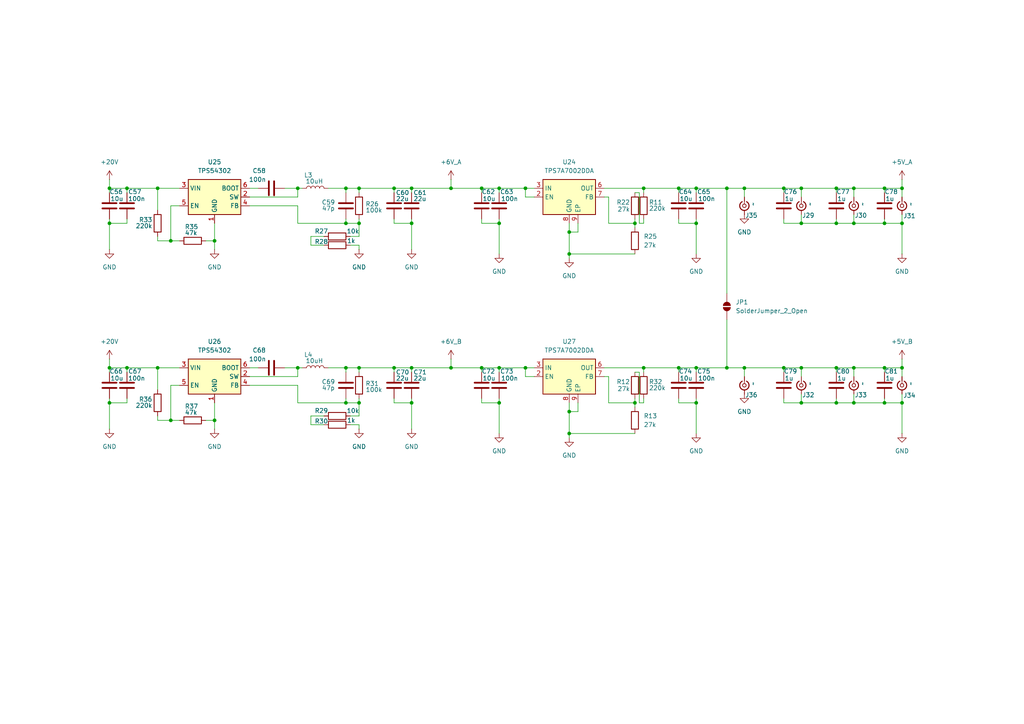
<source format=kicad_sch>
(kicad_sch (version 20250114) (generator "eeschema") (generator_version "9.0")
  (paper "A4")
  (lib_symbols
    (symbol "Connector:Conn_Coaxial_Small" (pin_numbers (hide yes)) (pin_names (offset 1.016) (hide yes))
      (property "Reference" "J" (at 0.254 3.048 0))
      (property "Value" "Conn_Coaxial_Small" (at 0 -3.81 0))
      (symbol "Conn_Coaxial_Small_0_1"
        (polyline (pts (xy -2.54 0) (xy -0.508 0)))
        (circle (center 0 0) (radius 0.508) (stroke (width 0.2032)))
      )
      (symbol "Conn_Coaxial_Small_1_1"
        (arc (start 1.3484 0.0039) (mid 0.327 -1.308) (end -1.1916 -0.6311) (stroke (width 0.3048)))
        (arc (start -1.1916 0.6311) (mid 0.327 1.3081) (end 1.3484 -0.0039) (stroke (width 0.3048)))
        (pin passive line (at -2.54 0 0) (length 1.27) (name "In") (number "1"))
        (pin passive line (at 2.54 0 180) (length 1.27) (name "Ext") (number "2"))
      )
    )
    (symbol "Device:C" (pin_numbers (hide yes)) (pin_names (offset 0.254))
      (property "Reference" "C" (at 0.635 2.54 0))
      (property "Value" "C" (at 0.635 -2.54 0))
      (symbol "C_0_1"
        (polyline (pts (xy -2.032 0.762) (xy 2.032 0.762)) (stroke (width 0.508)))
        (polyline (pts (xy -2.032 -0.762) (xy 2.032 -0.762)) (stroke (width 0.508)))
      )
      (symbol "C_1_1"
        (pin passive line (at 0 3.81 270) (length 2.794) (name "~") (number "1"))
        (pin passive line (at 0 -3.81 90) (length 2.794) (name "~") (number "2"))
      )
    )
    (symbol "Device:L" (pin_numbers (hide yes)) (pin_names (offset 1.016) (hide yes))
      (property "Reference" "L" (at -1.27 0 90))
      (property "Value" "L" (at 1.905 0 90))
      (symbol "L_0_1"
        (arc (start 0 2.54) (mid 0.6323 1.905) (end 0 1.27))
        (arc (start 0 1.27) (mid 0.6323 0.635) (end 0 0))
        (arc (start 0 0) (mid 0.6323 -0.635) (end 0 -1.27))
        (arc (start 0 -1.27) (mid 0.6323 -1.905) (end 0 -2.54))
      )
      (symbol "L_1_1"
        (pin passive line (at 0 3.81 270) (length 1.27) (name "1") (number "1"))
        (pin passive line (at 0 -3.81 90) (length 1.27) (name "2") (number "2"))
      )
    )
    (symbol "Device:R" (pin_numbers (hide yes)) (pin_names (offset 0))
      (property "Reference" "R" (at 2.032 0 90))
      (property "Value" "R" (at 0 0 90))
      (symbol "R_0_1"
        (rectangle (start -1.016 -2.54) (end 1.016 2.54) (stroke (width 0.254)))
      )
      (symbol "R_1_1"
        (pin passive line (at 0 3.81 270) (length 1.27) (name "~") (number "1"))
        (pin passive line (at 0 -3.81 90) (length 1.27) (name "~") (number "2"))
      )
    )
    (symbol "Jumper:SolderJumper_2_Open" (pin_numbers (hide yes)) (pin_names (offset 0) (hide yes)) (in_bom no)
      (property "Reference" "JP" (at 0 2.032 0))
      (property "Value" "SolderJumper_2_Open" (at 0 -2.54 0))
      (symbol "SolderJumper_2_Open_0_1"
        (polyline (pts (xy -0.254 1.016) (xy -0.254 -1.016)))
        (arc (start -0.254 -1.016) (mid -1.2656 0) (end -0.254 1.016))
        (arc (start -0.254 -1.016) (mid -1.2656 0) (end -0.254 1.016) (fill (type outline)))
        (arc (start 0.254 1.016) (mid 1.2656 0) (end 0.254 -1.016))
        (arc (start 0.254 1.016) (mid 1.2656 0) (end 0.254 -1.016) (fill (type outline)))
        (polyline (pts (xy 0.254 1.016) (xy 0.254 -1.016)))
      )
      (symbol "SolderJumper_2_Open_1_1"
        (pin passive line (at -3.81 0 0) (length 2.54) (name "A") (number "1"))
        (pin passive line (at 3.81 0 180) (length 2.54) (name "B") (number "2"))
      )
    )
    (symbol "Regulator_Linear:TPS7A7001DDA"
      (property "Reference" "U" (at -6.35 6.35 0))
      (property "Value" "TPS7A7001DDA" (at 2.54 6.35 0))
      (symbol "TPS7A7001DDA_0_1"
        (rectangle (start -7.62 5.08) (end 7.62 -5.08) (stroke (width 0.254)) (fill (type background)))
      )
      (symbol "TPS7A7001DDA_1_1"
        (pin power_in line (at -10.16 2.54 0) (length 2.54) (name "IN") (number "3"))
        (pin input line (at -10.16 0 0) (length 2.54) (name "EN") (number "2"))
        (pin no_connect line (at -7.62 -2.54 0) (length 2.54) (hide yes) (name "NC") (number "1"))
        (pin no_connect line (at -2.54 -5.08 90) (length 2.54) (hide yes) (name "NC") (number "5"))
        (pin power_in line (at 0 -7.62 90) (length 2.54) (name "GND") (number "8"))
        (pin passive line (at 2.54 -7.62 90) (length 2.54) (name "EP") (number "9"))
        (pin no_connect line (at 7.62 -2.54 180) (length 2.54) (hide yes) (name "NC") (number "4"))
        (pin power_out line (at 10.16 2.54 180) (length 2.54) (name "OUT") (number "6"))
        (pin input line (at 10.16 0 180) (length 2.54) (name "FB") (number "7"))
      )
    )
    (symbol "Regulator_Switching:TPS54302"
      (property "Reference" "U" (at -7.62 6.35 0))
      (property "Value" "TPS54302" (at 0 6.35 0))
      (symbol "TPS54302_0_1"
        (rectangle (start -7.62 5.08) (end 7.62 -5.08) (stroke (width 0.254)) (fill (type background)))
      )
      (symbol "TPS54302_1_1"
        (pin power_in line (at -10.16 2.54 0) (length 2.54) (name "VIN") (number "3"))
        (pin input line (at -10.16 -2.54 0) (length 2.54) (name "EN") (number "5"))
        (pin power_in line (at 0 -7.62 90) (length 2.54) (name "GND") (number "1"))
        (pin passive line (at 10.16 2.54 180) (length 2.54) (name "BOOT") (number "6"))
        (pin power_out line (at 10.16 0 180) (length 2.54) (name "SW") (number "2"))
        (pin input line (at 10.16 -2.54 180) (length 2.54) (name "FB") (number "4"))
      )
    )
    (symbol "power:+5V" (power) (pin_numbers (hide yes)) (pin_names (offset 0) (hide yes))
      (property "Value" "+5V" (at 0 3.556 0))
      (symbol "+5V_0_1"
        (polyline (pts (xy -0.762 1.27) (xy 0 2.54)))
        (polyline (pts (xy 0 2.54) (xy 0.762 1.27)))
        (polyline (pts (xy 0 0) (xy 0 2.54)))
      )
      (symbol "+5V_1_1"
        (pin power_in line (at 0 0 90) (length 0) (name "~") (number "1"))
      )
    )
    (symbol "power:+6V" (power) (pin_numbers (hide yes)) (pin_names (offset 0) (hide yes))
      (property "Value" "+6V" (at 0 3.556 0))
      (symbol "+6V_0_1"
        (polyline (pts (xy -0.762 1.27) (xy 0 2.54)))
        (polyline (pts (xy 0 2.54) (xy 0.762 1.27)))
        (polyline (pts (xy 0 0) (xy 0 2.54)))
      )
      (symbol "+6V_1_1"
        (pin power_in line (at 0 0 90) (length 0) (name "~") (number "1"))
      )
    )
    (symbol "power:GND" (power) (pin_numbers (hide yes)) (pin_names (offset 0) (hide yes))
      (property "Value" "GND" (at 0 -3.81 0))
      (symbol "GND_0_1"
        (polyline (pts (xy 0 0) (xy 0 -1.27) (xy 1.27 -1.27) (xy 0 -2.54) (xy -1.27 -1.27) (xy 0 -1.27)))
      )
      (symbol "GND_1_1"
        (pin power_in line (at 0 0 270) (length 0) (name "~") (number "1"))
      )
    )
  )
  (junction (at 184.15 64.77))
  (junction (at 256.54 64.77))
  (junction (at 227.33 54.61))
  (junction (at 119.38 106.68))
  (junction (at 242.57 116.84))
  (junction (at 232.41 54.61))
  (junction (at 86.36 54.61))
  (junction (at 261.62 64.77))
  (junction (at 186.69 106.68))
  (junction (at 256.54 116.84))
  (junction (at 130.81 106.68))
  (junction (at 31.75 106.68))
  (junction (at 232.41 106.68))
  (junction (at 139.7 54.61))
  (junction (at 261.62 116.84))
  (junction (at 247.65 116.84))
  (junction (at 201.93 116.84))
  (junction (at 152.4 54.61))
  (junction (at 215.9 106.68))
  (junction (at 62.23 69.85))
  (junction (at 119.38 54.61))
  (junction (at 104.14 116.84))
  (junction (at 247.65 54.61))
  (junction (at 36.83 106.68))
  (junction (at 31.75 64.77))
  (junction (at 184.15 116.84))
  (junction (at 119.38 64.77))
  (junction (at 86.36 106.68))
  (junction (at 139.7 106.68))
  (junction (at 232.41 116.84))
  (junction (at 104.14 54.61))
  (junction (at 152.4 106.68))
  (junction (at 256.54 54.61))
  (junction (at 261.62 106.68))
  (junction (at 62.23 121.92))
  (junction (at 114.3 106.68))
  (junction (at 242.57 54.61))
  (junction (at 196.85 54.61))
  (junction (at 45.72 106.68))
  (junction (at 144.78 106.68))
  (junction (at 31.75 116.84))
  (junction (at 144.78 64.77))
  (junction (at 247.65 106.68))
  (junction (at 119.38 116.84))
  (junction (at 232.41 64.77))
  (junction (at 201.93 54.61))
  (junction (at 104.14 64.77))
  (junction (at 210.82 106.68))
  (junction (at 144.78 116.84))
  (junction (at 201.93 106.68))
  (junction (at 130.81 54.61))
  (junction (at 165.1 73.66))
  (junction (at 100.33 54.61))
  (junction (at 227.33 106.68))
  (junction (at 104.14 106.68))
  (junction (at 261.62 54.61))
  (junction (at 215.9 54.61))
  (junction (at 201.93 64.77))
  (junction (at 242.57 64.77))
  (junction (at 196.85 106.68))
  (junction (at 186.69 54.61))
  (junction (at 49.53 69.85))
  (junction (at 100.33 116.84))
  (junction (at 45.72 54.61))
  (junction (at 210.82 54.61))
  (junction (at 165.1 125.73))
  (junction (at 256.54 106.68))
  (junction (at 49.53 121.92))
  (junction (at 165.1 67.31))
  (junction (at 31.75 54.61))
  (junction (at 165.1 119.38))
  (junction (at 242.57 106.68))
  (junction (at 114.3 54.61))
  (junction (at 247.65 64.77))
  (junction (at 144.78 54.61))
  (junction (at 100.33 64.77))
  (junction (at 100.33 106.68))
  (junction (at 36.83 54.61))
  (wire (pts (xy 165.1 64.77) (xy 165.1 67.31)))
  (wire (pts (xy 100.33 54.61) (xy 104.14 54.61)))
  (wire (pts (xy 196.85 64.77) (xy 201.93 64.77)))
  (wire (pts (xy 152.4 57.15) (xy 152.4 54.61)))
  (wire (pts (xy 74.93 54.61) (xy 72.39 54.61)))
  (wire (pts (xy 104.14 54.61) (xy 114.3 54.61)))
  (wire (pts (xy 215.9 106.68) (xy 215.9 109.22)))
  (wire (pts (xy 144.78 64.77) (xy 144.78 73.66)))
  (wire (pts (xy 261.62 114.3) (xy 261.62 116.84)))
  (wire (pts (xy 185.42 116.84) (xy 185.42 107.95)))
  (wire (pts (xy 232.41 54.61) (xy 227.33 54.61)))
  (wire (pts (xy 31.75 52.07) (xy 31.75 54.61)))
  (wire (pts (xy 176.53 116.84) (xy 184.15 116.84)))
  (wire (pts (xy 86.36 54.61) (xy 87.63 54.61)))
  (wire (pts (xy 215.9 54.61) (xy 215.9 57.15)))
  (wire (pts (xy 45.72 69.85) (xy 49.53 69.85)))
  (wire (pts (xy 90.17 71.12) (xy 93.98 71.12)))
  (wire (pts (xy 36.83 106.68) (xy 36.83 107.95)))
  (wire (pts (xy 104.14 54.61) (xy 104.14 55.88)))
  (wire (pts (xy 261.62 104.14) (xy 261.62 106.68)))
  (wire (pts (xy 175.26 109.22) (xy 176.53 109.22)))
  (wire (pts (xy 167.64 116.84) (xy 167.64 119.38)))
  (wire (pts (xy 186.69 54.61) (xy 196.85 54.61)))
  (wire (pts (xy 72.39 57.15) (xy 86.36 57.15)))
  (wire (pts (xy 186.69 54.61) (xy 186.69 55.88)))
  (wire (pts (xy 232.41 116.84) (xy 242.57 116.84)))
  (wire (pts (xy 45.72 121.92) (xy 49.53 121.92)))
  (wire (pts (xy 247.65 54.61) (xy 242.57 54.61)))
  (wire (pts (xy 119.38 54.61) (xy 119.38 55.88)))
  (wire (pts (xy 227.33 55.88) (xy 227.33 54.61)))
  (wire (pts (xy 227.33 107.95) (xy 227.33 106.68)))
  (wire (pts (xy 82.55 106.68) (xy 86.36 106.68)))
  (wire (pts (xy 186.69 106.68) (xy 186.69 107.95)))
  (wire (pts (xy 31.75 106.68) (xy 31.75 107.95)))
  (wire (pts (xy 86.36 64.77) (xy 100.33 64.77)))
  (wire (pts (xy 175.26 54.61) (xy 186.69 54.61)))
  (wire (pts (xy 227.33 115.57) (xy 227.33 116.84)))
  (wire (pts (xy 139.7 54.61) (xy 144.78 54.61)))
  (wire (pts (xy 139.7 63.5) (xy 139.7 64.77)))
  (wire (pts (xy 242.57 64.77) (xy 247.65 64.77)))
  (wire (pts (xy 31.75 116.84) (xy 36.83 116.84)))
  (wire (pts (xy 184.15 66.04) (xy 184.15 64.77)))
  (wire (pts (xy 72.39 111.76) (xy 86.36 111.76)))
  (wire (pts (xy 186.69 106.68) (xy 196.85 106.68)))
  (wire (pts (xy 232.41 106.68) (xy 227.33 106.68)))
  (wire (pts (xy 256.54 55.88) (xy 256.54 54.61)))
  (wire (pts (xy 154.94 57.15) (xy 152.4 57.15)))
  (wire (pts (xy 100.33 63.5) (xy 100.33 64.77)))
  (wire (pts (xy 130.81 106.68) (xy 139.7 106.68)))
  (wire (pts (xy 119.38 54.61) (xy 114.3 54.61)))
  (wire (pts (xy 242.57 115.57) (xy 242.57 116.84)))
  (wire (pts (xy 31.75 115.57) (xy 31.75 116.84)))
  (wire (pts (xy 247.65 57.15) (xy 247.65 54.61)))
  (wire (pts (xy 130.81 54.61) (xy 139.7 54.61)))
  (wire (pts (xy 184.15 118.11) (xy 184.15 116.84)))
  (wire (pts (xy 45.72 54.61) (xy 45.72 60.96)))
  (wire (pts (xy 114.3 106.68) (xy 114.3 107.95)))
  (wire (pts (xy 261.62 62.23) (xy 261.62 64.77)))
  (wire (pts (xy 119.38 106.68) (xy 119.38 107.95)))
  (wire (pts (xy 184.15 107.95) (xy 185.42 107.95)))
  (wire (pts (xy 114.3 63.5) (xy 114.3 64.77)))
  (wire (pts (xy 215.9 54.61) (xy 227.33 54.61)))
  (wire (pts (xy 247.65 62.23) (xy 247.65 64.77)))
  (wire (pts (xy 242.57 55.88) (xy 242.57 54.61)))
  (wire (pts (xy 31.75 64.77) (xy 36.83 64.77)))
  (wire (pts (xy 86.36 111.76) (xy 86.36 116.84)))
  (wire (pts (xy 104.14 71.12) (xy 104.14 72.39)))
  (wire (pts (xy 139.7 115.57) (xy 139.7 116.84)))
  (wire (pts (xy 100.33 64.77) (xy 104.14 64.77)))
  (wire (pts (xy 31.75 116.84) (xy 31.75 124.46)))
  (wire (pts (xy 45.72 69.85) (xy 45.72 68.58)))
  (wire (pts (xy 62.23 69.85) (xy 62.23 72.39)))
  (wire (pts (xy 74.93 106.68) (xy 72.39 106.68)))
  (wire (pts (xy 247.65 54.61) (xy 256.54 54.61)))
  (wire (pts (xy 256.54 116.84) (xy 261.62 116.84)))
  (wire (pts (xy 186.69 116.84) (xy 185.42 116.84)))
  (wire (pts (xy 232.41 106.68) (xy 242.57 106.68)))
  (wire (pts (xy 144.78 116.84) (xy 144.78 125.73)))
  (wire (pts (xy 232.41 114.3) (xy 232.41 116.84)))
  (wire (pts (xy 247.65 116.84) (xy 256.54 116.84)))
  (wire (pts (xy 196.85 107.95) (xy 196.85 106.68)))
  (wire (pts (xy 100.33 116.84) (xy 104.14 116.84)))
  (wire (pts (xy 62.23 64.77) (xy 62.23 69.85)))
  (wire (pts (xy 167.64 67.31) (xy 165.1 67.31)))
  (wire (pts (xy 49.53 121.92) (xy 52.07 121.92)))
  (wire (pts (xy 185.42 64.77) (xy 185.42 55.88)))
  (wire (pts (xy 184.15 63.5) (xy 184.15 64.77)))
  (wire (pts (xy 104.14 63.5) (xy 104.14 64.77)))
  (wire (pts (xy 201.93 106.68) (xy 210.82 106.68)))
  (wire (pts (xy 100.33 115.57) (xy 100.33 116.84)))
  (wire (pts (xy 144.78 106.68) (xy 144.78 107.95)))
  (wire (pts (xy 201.93 64.77) (xy 201.93 73.66)))
  (wire (pts (xy 36.83 106.68) (xy 45.72 106.68)))
  (wire (pts (xy 144.78 106.68) (xy 152.4 106.68)))
  (wire (pts (xy 45.72 54.61) (xy 52.07 54.61)))
  (wire (pts (xy 227.33 116.84) (xy 232.41 116.84)))
  (wire (pts (xy 101.6 68.58) (xy 104.14 68.58)))
  (wire (pts (xy 101.6 71.12) (xy 104.14 71.12)))
  (wire (pts (xy 90.17 123.19) (xy 93.98 123.19)))
  (wire (pts (xy 154.94 109.22) (xy 152.4 109.22)))
  (wire (pts (xy 261.62 106.68) (xy 256.54 106.68)))
  (wire (pts (xy 130.81 104.14) (xy 130.81 106.68)))
  (wire (pts (xy 104.14 64.77) (xy 104.14 68.58)))
  (wire (pts (xy 167.64 64.77) (xy 167.64 67.31)))
  (wire (pts (xy 210.82 106.68) (xy 215.9 106.68)))
  (wire (pts (xy 119.38 54.61) (xy 130.81 54.61)))
  (wire (pts (xy 196.85 63.5) (xy 196.85 64.77)))
  (wire (pts (xy 256.54 63.5) (xy 256.54 64.77)))
  (wire (pts (xy 232.41 57.15) (xy 232.41 54.61)))
  (wire (pts (xy 184.15 115.57) (xy 184.15 116.84)))
  (wire (pts (xy 31.75 106.68) (xy 36.83 106.68)))
  (wire (pts (xy 201.93 55.88) (xy 201.93 54.61)))
  (wire (pts (xy 261.62 109.22) (xy 261.62 106.68)))
  (wire (pts (xy 104.14 106.68) (xy 114.3 106.68)))
  (wire (pts (xy 101.6 123.19) (xy 104.14 123.19)))
  (wire (pts (xy 101.6 120.65) (xy 104.14 120.65)))
  (wire (pts (xy 196.85 106.68) (xy 201.93 106.68)))
  (wire (pts (xy 165.1 119.38) (xy 165.1 125.73)))
  (wire (pts (xy 175.26 57.15) (xy 176.53 57.15)))
  (wire (pts (xy 176.53 57.15) (xy 176.53 64.77)))
  (wire (pts (xy 100.33 106.68) (xy 100.33 107.95)))
  (wire (pts (xy 31.75 54.61) (xy 36.83 54.61)))
  (wire (pts (xy 36.83 54.61) (xy 45.72 54.61)))
  (wire (pts (xy 139.7 116.84) (xy 144.78 116.84)))
  (wire (pts (xy 104.14 115.57) (xy 104.14 116.84)))
  (wire (pts (xy 31.75 63.5) (xy 31.75 64.77)))
  (wire (pts (xy 201.93 107.95) (xy 201.93 106.68)))
  (wire (pts (xy 95.25 54.61) (xy 100.33 54.61)))
  (wire (pts (xy 139.7 64.77) (xy 144.78 64.77)))
  (wire (pts (xy 62.23 121.92) (xy 62.23 124.46)))
  (wire (pts (xy 86.36 59.69) (xy 86.36 64.77)))
  (wire (pts (xy 119.38 116.84) (xy 114.3 116.84)))
  (wire (pts (xy 31.75 54.61) (xy 31.75 55.88)))
  (wire (pts (xy 186.69 64.77) (xy 185.42 64.77)))
  (wire (pts (xy 72.39 59.69) (xy 86.36 59.69)))
  (wire (pts (xy 49.53 69.85) (xy 52.07 69.85)))
  (wire (pts (xy 261.62 54.61) (xy 256.54 54.61)))
  (wire (pts (xy 227.33 63.5) (xy 227.33 64.77)))
  (wire (pts (xy 86.36 116.84) (xy 100.33 116.84)))
  (wire (pts (xy 152.4 54.61) (xy 154.94 54.61)))
  (wire (pts (xy 165.1 67.31) (xy 165.1 73.66)))
  (wire (pts (xy 104.14 106.68) (xy 104.14 107.95)))
  (wire (pts (xy 90.17 68.58) (xy 90.17 71.12)))
  (wire (pts (xy 93.98 68.58) (xy 90.17 68.58)))
  (wire (pts (xy 114.3 54.61) (xy 114.3 55.88)))
  (wire (pts (xy 119.38 116.84) (xy 119.38 124.46)))
  (wire (pts (xy 165.1 116.84) (xy 165.1 119.38)))
  (wire (pts (xy 165.1 74.93) (xy 165.1 73.66)))
  (wire (pts (xy 152.4 109.22) (xy 152.4 106.68)))
  (wire (pts (xy 247.65 114.3) (xy 247.65 116.84)))
  (wire (pts (xy 165.1 125.73) (xy 184.15 125.73)))
  (wire (pts (xy 86.36 106.68) (xy 87.63 106.68)))
  (wire (pts (xy 215.9 106.68) (xy 227.33 106.68)))
  (wire (pts (xy 196.85 55.88) (xy 196.85 54.61)))
  (wire (pts (xy 144.78 54.61) (xy 152.4 54.61)))
  (wire (pts (xy 261.62 52.07) (xy 261.62 54.61)))
  (wire (pts (xy 36.83 54.61) (xy 36.83 55.88)))
  (wire (pts (xy 52.07 111.76) (xy 49.53 111.76)))
  (wire (pts (xy 210.82 92.71) (xy 210.82 106.68)))
  (wire (pts (xy 196.85 54.61) (xy 201.93 54.61)))
  (wire (pts (xy 119.38 64.77) (xy 119.38 72.39)))
  (wire (pts (xy 201.93 115.57) (xy 201.93 116.84)))
  (wire (pts (xy 176.53 64.77) (xy 184.15 64.77)))
  (wire (pts (xy 196.85 115.57) (xy 196.85 116.84)))
  (wire (pts (xy 119.38 106.68) (xy 114.3 106.68)))
  (wire (pts (xy 86.36 54.61) (xy 86.36 57.15)))
  (wire (pts (xy 45.72 121.92) (xy 45.72 120.65)))
  (wire (pts (xy 175.26 106.68) (xy 186.69 106.68)))
  (wire (pts (xy 256.54 64.77) (xy 261.62 64.77)))
  (wire (pts (xy 52.07 59.69) (xy 49.53 59.69)))
  (wire (pts (xy 165.1 125.73) (xy 165.1 127)))
  (wire (pts (xy 261.62 64.77) (xy 261.62 73.66)))
  (wire (pts (xy 144.78 63.5) (xy 144.78 64.77)))
  (wire (pts (xy 119.38 106.68) (xy 130.81 106.68)))
  (wire (pts (xy 104.14 116.84) (xy 104.14 120.65)))
  (wire (pts (xy 59.69 121.92) (xy 62.23 121.92)))
  (wire (pts (xy 36.83 63.5) (xy 36.83 64.77)))
  (wire (pts (xy 261.62 116.84) (xy 261.62 125.73)))
  (wire (pts (xy 232.41 109.22) (xy 232.41 106.68)))
  (wire (pts (xy 247.65 106.68) (xy 242.57 106.68)))
  (wire (pts (xy 144.78 115.57) (xy 144.78 116.84)))
  (wire (pts (xy 49.53 59.69) (xy 49.53 69.85)))
  (wire (pts (xy 93.98 120.65) (xy 90.17 120.65)))
  (wire (pts (xy 139.7 106.68) (xy 144.78 106.68)))
  (wire (pts (xy 232.41 64.77) (xy 242.57 64.77)))
  (wire (pts (xy 100.33 106.68) (xy 104.14 106.68)))
  (wire (pts (xy 36.83 115.57) (xy 36.83 116.84)))
  (wire (pts (xy 232.41 54.61) (xy 242.57 54.61)))
  (wire (pts (xy 82.55 54.61) (xy 86.36 54.61)))
  (wire (pts (xy 186.69 63.5) (xy 186.69 64.77)))
  (wire (pts (xy 201.93 116.84) (xy 201.93 125.73)))
  (wire (pts (xy 176.53 109.22) (xy 176.53 116.84)))
  (wire (pts (xy 196.85 116.84) (xy 201.93 116.84)))
  (wire (pts (xy 119.38 115.57) (xy 119.38 116.84)))
  (wire (pts (xy 167.64 119.38) (xy 165.1 119.38)))
  (wire (pts (xy 114.3 115.57) (xy 114.3 116.84)))
  (wire (pts (xy 256.54 107.95) (xy 256.54 106.68)))
  (wire (pts (xy 119.38 63.5) (xy 119.38 64.77)))
  (wire (pts (xy 100.33 54.61) (xy 100.33 55.88)))
  (wire (pts (xy 201.93 54.61) (xy 210.82 54.61)))
  (wire (pts (xy 31.75 64.77) (xy 31.75 72.39)))
  (wire (pts (xy 247.65 106.68) (xy 256.54 106.68)))
  (wire (pts (xy 119.38 64.77) (xy 114.3 64.77)))
  (wire (pts (xy 247.65 109.22) (xy 247.65 106.68)))
  (wire (pts (xy 232.41 62.23) (xy 232.41 64.77)))
  (wire (pts (xy 62.23 116.84) (xy 62.23 121.92)))
  (wire (pts (xy 86.36 106.68) (xy 86.36 109.22)))
  (wire (pts (xy 49.53 111.76) (xy 49.53 121.92)))
  (wire (pts (xy 210.82 54.61) (xy 210.82 85.09)))
  (wire (pts (xy 261.62 57.15) (xy 261.62 54.61)))
  (wire (pts (xy 186.69 115.57) (xy 186.69 116.84)))
  (wire (pts (xy 45.72 106.68) (xy 45.72 113.03)))
  (wire (pts (xy 185.42 55.88) (xy 184.15 55.88)))
  (wire (pts (xy 247.65 64.77) (xy 256.54 64.77)))
  (wire (pts (xy 130.81 52.07) (xy 130.81 54.61)))
  (wire (pts (xy 201.93 63.5) (xy 201.93 64.77)))
  (wire (pts (xy 31.75 104.14) (xy 31.75 106.68)))
  (wire (pts (xy 139.7 106.68) (xy 139.7 107.95)))
  (wire (pts (xy 72.39 109.22) (xy 86.36 109.22)))
  (wire (pts (xy 104.14 123.19) (xy 104.14 124.46)))
  (wire (pts (xy 59.69 69.85) (xy 62.23 69.85)))
  (wire (pts (xy 227.33 64.77) (xy 232.41 64.77)))
  (wire (pts (xy 165.1 73.66) (xy 184.15 73.66)))
  (wire (pts (xy 152.4 106.68) (xy 154.94 106.68)))
  (wire (pts (xy 242.57 116.84) (xy 247.65 116.84)))
  (wire (pts (xy 45.72 106.68) (xy 52.07 106.68)))
  (wire (pts (xy 139.7 54.61) (xy 139.7 55.88)))
  (wire (pts (xy 95.25 106.68) (xy 100.33 106.68)))
  (wire (pts (xy 210.82 54.61) (xy 215.9 54.61)))
  (wire (pts (xy 144.78 54.61) (xy 144.78 55.88)))
  (wire (pts (xy 242.57 63.5) (xy 242.57 64.77)))
  (wire (pts (xy 256.54 115.57) (xy 256.54 116.84)))
  (wire (pts (xy 90.17 120.65) (xy 90.17 123.19)))
  (wire (pts (xy 242.57 107.95) (xy 242.57 106.68)))
  (symbol (lib_id "Device:C") (at 114.3 59.69 180) (unit 1)
    (property "Reference" "C60" (at 114.808 55.88 0) (effects (justify right)))
    (property "Value" "22u" (at 114.808 57.6581 0) (effects (justify right)))
    (property "Footprint" "Capacitor_SMD:C_0603_1608Metric" (effects (hide yes)))
    (property "Description" "Unpolarized capacitor" (effects (hide yes)))
    (property "LCSC" "C59461" (effects (hide yes)))
  )
  (symbol (lib_id "Device:C") (at 119.38 111.76 180) (unit 1)
    (property "Reference" "C71" (at 119.888 107.95 0) (effects (justify right)))
    (property "Value" "22u" (at 119.888 109.7281 0) (effects (justify right)))
    (property "Footprint" "Capacitor_SMD:C_0603_1608Metric" (effects (hide yes)))
    (property "Description" "Unpolarized capacitor" (effects (hide yes)))
    (property "LCSC" "C59461" (effects (hide yes)))
  )
  (symbol (lib_id "Regulator_Switching:TPS54302") (at 62.23 109.22 0) (unit 1)
    (property "Reference" "U26" (at 62.23 99.06 0))
    (property "Value" "TPS54302" (at 62.23 101.6 0))
    (property "Footprint" "Package_TO_SOT_SMD:SOT-23-6" (effects (hide yes)))
    (property "Datasheet" "http://www.ti.com/lit/ds/symlink/tps54302.pdf" (effects (hide yes)))
    (property "Description" "3A, 4.5 to 28V Input, EMI Friendly integrated switch synchronous step-down regulator, pulse-skipping, SOT-23-6" (effects (hide yes)))
  )
  (symbol (lib_id "Connector:Conn_Coaxial_Small") (at 247.65 59.69 270) (unit 1)
    (property "Reference" "J30" (at 249.682 62.484 90))
    (property "Value" "~" (at 250.19 59.1704 0))
    (property "Description" "small coaxial connector (BNC, SMA, SMB, SMC, Cinch/RCA, LEMO, ...)" (effects (hide yes)))
  )
  (symbol (lib_id "Device:R") (at 184.15 59.69 0) (unit 1)
    (property "Reference" "R22" (at 178.816 58.674 0) (effects (justify left)))
    (property "Value" "27k" (at 179.07 60.706 0) (effects (justify left)))
    (property "Description" "Resistor" (effects (hide yes)))
  )
  (symbol (lib_id "power:GND") (at 31.75 72.39 0) (unit 1)
    (property "Reference" "#PWR0101" (effects (hide yes)))
    (property "Value" "GND" (at 31.75 77.47 0))
    (property "Description" "Power symbol creates a global label with name \"GND\" , ground" (effects (hide yes)))
  )
  (symbol (lib_id "Device:C") (at 100.33 111.76 180) (unit 1)
    (property "Reference" "C69" (at 95.25 110.744 0))
    (property "Value" "47p" (at 95.25 112.522 0))
    (property "Footprint" "Capacitor_SMD:C_0402_1005Metric" (effects (hide yes)))
    (property "Description" "Unpolarized capacitor" (effects (hide yes)))
    (property "LCSC" "C1567" (effects (hide yes)))
  )
  (symbol (lib_id "power:GND") (at 119.38 72.39 0) (unit 1)
    (property "Reference" "#PWR0105" (effects (hide yes)))
    (property "Value" "GND" (at 119.38 77.47 0))
    (property "Description" "Power symbol creates a global label with name \"GND\" , ground" (effects (hide yes)))
  )
  (symbol (lib_id "power:GND") (at 144.78 125.73 0) (unit 1)
    (property "Reference" "#PWR0113" (effects (hide yes)))
    (property "Value" "GND" (at 144.78 130.81 0))
    (property "Description" "Power symbol creates a global label with name \"GND\" , ground" (effects (hide yes)))
  )
  (symbol (lib_id "Device:C") (at 227.33 59.69 0) (unit 1)
    (property "Reference" "C76" (at 227.33 55.626 0) (effects (justify left)))
    (property "Value" "1u" (at 227.584 57.658 0) (effects (justify left)))
    (property "Footprint" "Capacitor_SMD:C_1206_3216Metric" (effects (hide yes)))
    (property "Description" "Unpolarized capacitor" (effects (hide yes)))
    (property "LCSC" "C13585" (effects (hide yes)))
  )
  (symbol (lib_id "power:GND") (at 62.23 72.39 0) (unit 1)
    (property "Reference" "#PWR0102" (effects (hide yes)))
    (property "Value" "GND" (at 62.23 77.47 0))
    (property "Description" "Power symbol creates a global label with name \"GND\" , ground" (effects (hide yes)))
  )
  (symbol (lib_id "power:GND") (at 104.14 124.46 0) (unit 1)
    (property "Reference" "#PWR0111" (effects (hide yes)))
    (property "Value" "GND" (at 104.14 129.54 0))
    (property "Description" "Power symbol creates a global label with name \"GND\" , ground" (effects (hide yes)))
  )
  (symbol (lib_id "power:+5V") (at 31.75 104.14 0) (unit 1)
    (property "Reference" "#PWR0108" (effects (hide yes)))
    (property "Value" "+20V" (at 31.75 99.06 0))
    (property "Description" "Power symbol creates a global label with name \"+5V\"" (effects (hide yes)))
  )
  (symbol (lib_id "power:GND") (at 31.75 124.46 0) (unit 1)
    (property "Reference" "#PWR0109" (effects (hide yes)))
    (property "Value" "GND" (at 31.75 129.54 0))
    (property "Description" "Power symbol creates a global label with name \"GND\" , ground" (effects (hide yes)))
  )
  (symbol (lib_id "Device:R") (at 55.88 69.85 270) (mirror x) (unit 1)
    (property "Reference" "R35" (at 53.594 65.786 90) (effects (justify left)))
    (property "Value" "47k" (at 53.594 67.564 90) (effects (justify left)))
    (property "Description" "Resistor" (effects (hide yes)))
  )
  (symbol (lib_id "Device:C") (at 114.3 111.76 180) (unit 1)
    (property "Reference" "C70" (at 114.808 107.95 0) (effects (justify right)))
    (property "Value" "22u" (at 114.808 109.7281 0) (effects (justify right)))
    (property "Footprint" "Capacitor_SMD:C_0603_1608Metric" (effects (hide yes)))
    (property "Description" "Unpolarized capacitor" (effects (hide yes)))
    (property "LCSC" "C59461" (effects (hide yes)))
  )
  (symbol (lib_id "Device:C") (at 31.75 59.69 0) (unit 1)
    (property "Reference" "C56" (at 31.75 55.626 0) (effects (justify left)))
    (property "Value" "10u" (at 32.004 57.658 0) (effects (justify left)))
    (property "Footprint" "Capacitor_SMD:C_1206_3216Metric" (effects (hide yes)))
    (property "Description" "Unpolarized capacitor" (effects (hide yes)))
    (property "LCSC" "C13585" (effects (hide yes)))
  )
  (symbol (lib_id "Device:C") (at 139.7 111.76 0) (unit 1)
    (property "Reference" "C72" (at 139.7 107.696 0) (effects (justify left)))
    (property "Value" "10u" (at 139.954 109.728 0) (effects (justify left)))
    (property "Footprint" "Capacitor_SMD:C_1206_3216Metric" (effects (hide yes)))
    (property "Description" "Unpolarized capacitor" (effects (hide yes)))
    (property "LCSC" "C13585" (effects (hide yes)))
  )
  (symbol (lib_id "Device:R") (at 104.14 59.69 180) (unit 1)
    (property "Reference" "R26" (at 107.95 59.182 0))
    (property "Value" "100k" (at 108.458 60.96 0))
    (property "Footprint" "Resistor_SMD:R_0402_1005Metric" (effects (hide yes)))
    (property "Description" "Resistor" (effects (hide yes)))
    (property "LCSC" "C25741" (effects (hide yes)))
  )
  (symbol (lib_id "Connector:Conn_Coaxial_Small") (at 215.9 59.69 270) (unit 1)
    (property "Reference" "J35" (at 217.932 62.484 90))
    (property "Value" "~" (at 218.44 59.1704 0))
    (property "Description" "small coaxial connector (BNC, SMA, SMB, SMC, Cinch/RCA, LEMO, ...)" (effects (hide yes)))
  )
  (symbol (lib_id "Device:C") (at 201.93 59.69 0) (mirror y) (unit 1)
    (property "Reference" "C65" (at 202.184 55.626 0) (effects (justify right)))
    (property "Value" "100n" (at 202.438 57.658 0) (effects (justify right)))
    (property "Description" "Unpolarized capacitor" (effects (hide yes)))
  )
  (symbol (lib_id "power:GND") (at 144.78 73.66 0) (unit 1)
    (property "Reference" "#PWR0106" (effects (hide yes)))
    (property "Value" "GND" (at 144.78 78.74 0))
    (property "Description" "Power symbol creates a global label with name \"GND\" , ground" (effects (hide yes)))
  )
  (symbol (lib_id "power:GND") (at 215.9 114.3 0) (unit 1)
    (property "Reference" "#PWR0119" (effects (hide yes)))
    (property "Value" "GND" (at 215.9 119.38 0))
    (property "Description" "Power symbol creates a global label with name \"GND\" , ground" (effects (hide yes)))
  )
  (symbol (lib_id "Device:C") (at 196.85 111.76 0) (unit 1)
    (property "Reference" "C74" (at 196.85 107.696 0) (effects (justify left)))
    (property "Value" "10u" (at 197.104 109.728 0) (effects (justify left)))
    (property "Footprint" "Capacitor_SMD:C_1206_3216Metric" (effects (hide yes)))
    (property "Description" "Unpolarized capacitor" (effects (hide yes)))
    (property "LCSC" "C13585" (effects (hide yes)))
  )
  (symbol (lib_id "Jumper:SolderJumper_2_Open") (at 210.82 88.9 90) (unit 1) (in_bom no)
    (property "Reference" "JP1" (at 213.36 87.6299 90) (effects (justify right)))
    (property "Value" "SolderJumper_2_Open" (at 213.36 90.1699 90) (effects (justify right)))
    (property "Description" "Solder Jumper, 2-pole, open" (effects (hide yes)))
  )
  (symbol (lib_id "power:GND") (at 119.38 124.46 0) (unit 1)
    (property "Reference" "#PWR0112" (effects (hide yes)))
    (property "Value" "GND" (at 119.38 129.54 0))
    (property "Description" "Power symbol creates a global label with name \"GND\" , ground" (effects (hide yes)))
  )
  (symbol (lib_id "Device:R") (at 184.15 111.76 0) (unit 1)
    (property "Reference" "R12" (at 178.816 110.744 0) (effects (justify left)))
    (property "Value" "27k" (at 179.07 112.776 0) (effects (justify left)))
    (property "Description" "Resistor" (effects (hide yes)))
  )
  (symbol (lib_id "power:GND") (at 165.1 74.93 0) (unit 1)
    (property "Reference" "#PWR0104" (effects (hide yes)))
    (property "Value" "GND" (at 165.1 80.01 0))
    (property "Description" "Power symbol creates a global label with name \"GND\" , ground" (effects (hide yes)))
  )
  (symbol (lib_id "Device:R") (at 97.79 120.65 270) (unit 1)
    (property "Reference" "R29" (at 93.218 119.126 90))
    (property "Value" "10k" (at 102.362 119.126 90))
    (property "Footprint" "Resistor_SMD:R_0402_1005Metric" (effects (hide yes)))
    (property "Description" "Resistor" (effects (hide yes)))
    (property "LCSC" "C25768" (effects (hide yes)))
  )
  (symbol (lib_id "Device:C") (at 256.54 111.76 0) (unit 1)
    (property "Reference" "C81" (at 256.54 107.696 0) (effects (justify left)))
    (property "Value" "1u" (at 256.794 109.728 0) (effects (justify left)))
    (property "Footprint" "Capacitor_SMD:C_1206_3216Metric" (effects (hide yes)))
    (property "Description" "Unpolarized capacitor" (effects (hide yes)))
    (property "LCSC" "C13585" (effects (hide yes)))
  )
  (symbol (lib_id "Device:C") (at 139.7 59.69 0) (unit 1)
    (property "Reference" "C62" (at 139.7 55.626 0) (effects (justify left)))
    (property "Value" "10u" (at 139.954 57.658 0) (effects (justify left)))
    (property "Footprint" "Capacitor_SMD:C_1206_3216Metric" (effects (hide yes)))
    (property "Description" "Unpolarized capacitor" (effects (hide yes)))
    (property "LCSC" "C13585" (effects (hide yes)))
  )
  (symbol (lib_id "Device:C") (at 78.74 106.68 90) (unit 1)
    (property "Reference" "C68" (at 75.184 101.6 90))
    (property "Value" "100n" (at 74.676 104.14 90))
    (property "Footprint" "Capacitor_SMD:C_0402_1005Metric" (effects (hide yes)))
    (property "Description" "Unpolarized capacitor" (effects (hide yes)))
    (property "LCSC" "C307331" (effects (hide yes)))
  )
  (symbol (lib_id "Device:C") (at 100.33 59.69 180) (unit 1)
    (property "Reference" "C59" (at 95.25 58.674 0))
    (property "Value" "47p" (at 95.25 60.452 0))
    (property "Footprint" "Capacitor_SMD:C_0402_1005Metric" (effects (hide yes)))
    (property "Description" "Unpolarized capacitor" (effects (hide yes)))
    (property "LCSC" "C1567" (effects (hide yes)))
  )
  (symbol (lib_id "power:GND") (at 104.14 72.39 0) (unit 1)
    (property "Reference" "#PWR0103" (effects (hide yes)))
    (property "Value" "GND" (at 104.14 77.47 0))
    (property "Description" "Power symbol creates a global label with name \"GND\" , ground" (effects (hide yes)))
  )
  (symbol (lib_id "power:+6V") (at 261.62 52.07 0) (unit 1)
    (property "Reference" "#PWR078" (effects (hide yes)))
    (property "Value" "+5V_A" (at 261.62 46.99 0))
    (property "Description" "Power symbol creates a global label with name \"+6V\"" (effects (hide yes)))
  )
  (symbol (lib_id "Device:L") (at 91.44 106.68 90) (unit 1)
    (property "Reference" "L4" (at 89.408 102.87 90))
    (property "Value" "10uH" (at 91.186 104.648 90))
    (property "Footprint" "Inductor_SMD:L_Changjiang_FXL0530" (effects (hide yes)))
    (property "Description" "Inductor" (effects (hide yes)))
    (property "LCSC" "C177248" (effects (hide yes)))
  )
  (symbol (lib_id "power:GND") (at 261.62 73.66 0) (unit 1)
    (property "Reference" "#PWR0116" (effects (hide yes)))
    (property "Value" "GND" (at 261.62 78.74 0))
    (property "Description" "Power symbol creates a global label with name \"GND\" , ground" (effects (hide yes)))
  )
  (symbol (lib_id "Device:R") (at 97.79 123.19 270) (unit 1)
    (property "Reference" "R30" (at 93.218 122.174 90))
    (property "Value" "1k" (at 101.854 121.92 90))
    (property "Footprint" "Resistor_SMD:R_0402_1005Metric" (effects (hide yes)))
    (property "Description" "Resistor" (effects (hide yes)))
    (property "LCSC" "C25768" (effects (hide yes)))
  )
  (symbol (lib_id "Device:R") (at 104.14 111.76 180) (unit 1)
    (property "Reference" "R31" (at 107.95 111.252 0))
    (property "Value" "100k" (at 108.458 113.03 0))
    (property "Footprint" "Resistor_SMD:R_0402_1005Metric" (effects (hide yes)))
    (property "Description" "Resistor" (effects (hide yes)))
    (property "LCSC" "C25741" (effects (hide yes)))
  )
  (symbol (lib_id "Device:C") (at 78.74 54.61 90) (unit 1)
    (property "Reference" "C58" (at 75.184 49.53 90))
    (property "Value" "100n" (at 74.676 52.07 90))
    (property "Footprint" "Capacitor_SMD:C_0402_1005Metric" (effects (hide yes)))
    (property "Description" "Unpolarized capacitor" (effects (hide yes)))
    (property "LCSC" "C307331" (effects (hide yes)))
  )
  (symbol (lib_id "Device:R") (at 184.15 69.85 0) (unit 1)
    (property "Reference" "R25" (at 186.69 68.5799 0) (effects (justify left)))
    (property "Value" "27k" (at 186.69 71.1199 0) (effects (justify left)))
    (property "Description" "Resistor" (effects (hide yes)))
  )
  (symbol (lib_id "Device:R") (at 186.69 111.76 0) (unit 1)
    (property "Reference" "R32" (at 188.214 110.744 0) (effects (justify left)))
    (property "Value" "220k" (at 188.214 112.522 0) (effects (justify left)))
    (property "Description" "Resistor" (effects (hide yes)))
  )
  (symbol (lib_id "Regulator_Linear:TPS7A7001DDA") (at 165.1 109.22 0) (unit 1)
    (property "Reference" "U27" (at 165.1 99.06 0))
    (property "Value" "TPS7A7002DDA" (at 165.1 101.6 0))
    (property "Footprint" "Package_SO:TI_SO-PowerPAD-8" (effects (hide yes)))
    (property "Datasheet" "http://www.ti.com/lit/ds/symlink/tps7a7001.pdf" (effects (hide yes)))
    (property "Description" "2A, Low-Dropout Voltage Regulator, 1.425-6.5V Input, Adjustable Min 0.5V Output, PowerPad SO-8" (effects (hide yes)))
  )
  (symbol (lib_id "power:GND") (at 261.62 125.73 0) (unit 1)
    (property "Reference" "#PWR0117" (effects (hide yes)))
    (property "Value" "GND" (at 261.62 130.81 0))
    (property "Description" "Power symbol creates a global label with name \"GND\" , ground" (effects (hide yes)))
  )
  (symbol (lib_id "Device:R") (at 186.69 59.69 0) (unit 1)
    (property "Reference" "R11" (at 188.214 58.674 0) (effects (justify left)))
    (property "Value" "220k" (at 188.214 60.452 0) (effects (justify left)))
    (property "Description" "Resistor" (effects (hide yes)))
  )
  (symbol (lib_id "power:GND") (at 165.1 127 0) (unit 1)
    (property "Reference" "#PWR0114" (effects (hide yes)))
    (property "Value" "GND" (at 165.1 132.08 0))
    (property "Description" "Power symbol creates a global label with name \"GND\" , ground" (effects (hide yes)))
  )
  (symbol (lib_id "Device:C") (at 201.93 111.76 0) (mirror y) (unit 1)
    (property "Reference" "C75" (at 202.184 107.696 0) (effects (justify right)))
    (property "Value" "100n" (at 202.438 109.728 0) (effects (justify right)))
    (property "Description" "Unpolarized capacitor" (effects (hide yes)))
  )
  (symbol (lib_id "Device:R") (at 45.72 116.84 0) (mirror y) (unit 1)
    (property "Reference" "R36" (at 44.196 115.824 0) (effects (justify left)))
    (property "Value" "220k" (at 44.196 117.602 0) (effects (justify left)))
    (property "Description" "Resistor" (effects (hide yes)))
  )
  (symbol (lib_id "power:+5V") (at 31.75 52.07 0) (unit 1)
    (property "Reference" "#PWR0100" (effects (hide yes)))
    (property "Value" "+20V" (at 31.75 46.99 0))
    (property "Description" "Power symbol creates a global label with name \"+5V\"" (effects (hide yes)))
  )
  (symbol (lib_id "Device:C") (at 196.85 59.69 0) (unit 1)
    (property "Reference" "C64" (at 196.85 55.626 0) (effects (justify left)))
    (property "Value" "10u" (at 197.104 57.658 0) (effects (justify left)))
    (property "Footprint" "Capacitor_SMD:C_1206_3216Metric" (effects (hide yes)))
    (property "Description" "Unpolarized capacitor" (effects (hide yes)))
    (property "LCSC" "C13585" (effects (hide yes)))
  )
  (symbol (lib_id "Connector:Conn_Coaxial_Small") (at 247.65 111.76 270) (unit 1)
    (property "Reference" "J33" (at 249.682 114.554 90))
    (property "Value" "~" (at 250.19 111.2404 0))
    (property "Description" "small coaxial connector (BNC, SMA, SMB, SMC, Cinch/RCA, LEMO, ...)" (effects (hide yes)))
  )
  (symbol (lib_id "power:GND") (at 201.93 73.66 0) (unit 1)
    (property "Reference" "#PWR0107" (effects (hide yes)))
    (property "Value" "GND" (at 201.93 78.74 0))
    (property "Description" "Power symbol creates a global label with name \"GND\" , ground" (effects (hide yes)))
  )
  (symbol (lib_id "Device:C") (at 227.33 111.76 0) (unit 1)
    (property "Reference" "C79" (at 227.33 107.696 0) (effects (justify left)))
    (property "Value" "1u" (at 227.584 109.728 0) (effects (justify left)))
    (property "Footprint" "Capacitor_SMD:C_1206_3216Metric" (effects (hide yes)))
    (property "Description" "Unpolarized capacitor" (effects (hide yes)))
    (property "LCSC" "C13585" (effects (hide yes)))
  )
  (symbol (lib_id "Device:R") (at 45.72 64.77 0) (mirror y) (unit 1)
    (property "Reference" "R33" (at 44.196 63.754 0) (effects (justify left)))
    (property "Value" "220k" (at 44.196 65.532 0) (effects (justify left)))
    (property "Description" "Resistor" (effects (hide yes)))
  )
  (symbol (lib_id "Device:L") (at 91.44 54.61 90) (unit 1)
    (property "Reference" "L3" (at 89.408 50.8 90))
    (property "Value" "10uH" (at 91.186 52.578 90))
    (property "Footprint" "Inductor_SMD:L_Changjiang_FXL0530" (effects (hide yes)))
    (property "Description" "Inductor" (effects (hide yes)))
    (property "LCSC" "C177248" (effects (hide yes)))
  )
  (symbol (lib_id "Device:C") (at 119.38 59.69 180) (unit 1)
    (property "Reference" "C61" (at 119.888 55.88 0) (effects (justify right)))
    (property "Value" "22u" (at 119.888 57.6581 0) (effects (justify right)))
    (property "Footprint" "Capacitor_SMD:C_0603_1608Metric" (effects (hide yes)))
    (property "Description" "Unpolarized capacitor" (effects (hide yes)))
    (property "LCSC" "C59461" (effects (hide yes)))
  )
  (symbol (lib_id "Device:R") (at 97.79 68.58 270) (unit 1)
    (property "Reference" "R27" (at 93.218 67.056 90))
    (property "Value" "10k" (at 102.362 67.056 90))
    (property "Footprint" "Resistor_SMD:R_0402_1005Metric" (effects (hide yes)))
    (property "Description" "Resistor" (effects (hide yes)))
    (property "LCSC" "C25768" (effects (hide yes)))
  )
  (symbol (lib_id "Device:C") (at 36.83 111.76 180) (unit 1)
    (property "Reference" "C67" (at 39.116 107.696 0))
    (property "Value" "100n" (at 39.624 109.728 0))
    (property "Footprint" "Capacitor_SMD:C_0402_1005Metric" (effects (hide yes)))
    (property "Description" "Unpolarized capacitor" (effects (hide yes)))
    (property "LCSC" "C307331" (effects (hide yes)))
  )
  (symbol (lib_id "Regulator_Linear:TPS7A7001DDA") (at 165.1 57.15 0) (unit 1)
    (property "Reference" "U24" (at 165.1 46.99 0))
    (property "Value" "TPS7A7002DDA" (at 165.1 49.53 0))
    (property "Footprint" "Package_SO:TI_SO-PowerPAD-8" (effects (hide yes)))
    (property "Datasheet" "http://www.ti.com/lit/ds/symlink/tps7a7001.pdf" (effects (hide yes)))
    (property "Description" "2A, Low-Dropout Voltage Regulator, 1.425-6.5V Input, Adjustable Min 0.5V Output, PowerPad SO-8" (effects (hide yes)))
  )
  (symbol (lib_id "Device:R") (at 97.79 71.12 270) (unit 1)
    (property "Reference" "R28" (at 93.218 70.104 90))
    (property "Value" "1k" (at 101.854 69.85 90))
    (property "Footprint" "Resistor_SMD:R_0402_1005Metric" (effects (hide yes)))
    (property "Description" "Resistor" (effects (hide yes)))
    (property "LCSC" "C25768" (effects (hide yes)))
  )
  (symbol (lib_id "power:+6V") (at 130.81 52.07 0) (unit 1)
    (property "Reference" "#PWR076" (effects (hide yes)))
    (property "Value" "+6V_A" (at 130.81 46.99 0))
    (property "Description" "Power symbol creates a global label with name \"+6V\"" (effects (hide yes)))
  )
  (symbol (lib_id "power:GND") (at 215.9 62.23 0) (unit 1)
    (property "Reference" "#PWR0118" (effects (hide yes)))
    (property "Value" "GND" (at 215.9 67.31 0))
    (property "Description" "Power symbol creates a global label with name \"GND\" , ground" (effects (hide yes)))
  )
  (symbol (lib_id "power:GND") (at 62.23 124.46 0) (unit 1)
    (property "Reference" "#PWR0110" (effects (hide yes)))
    (property "Value" "GND" (at 62.23 129.54 0))
    (property "Description" "Power symbol creates a global label with name \"GND\" , ground" (effects (hide yes)))
  )
  (symbol (lib_id "power:+6V") (at 261.62 104.14 0) (unit 1)
    (property "Reference" "#PWR079" (effects (hide yes)))
    (property "Value" "+5V_B" (at 261.62 99.06 0))
    (property "Description" "Power symbol creates a global label with name \"+6V\"" (effects (hide yes)))
  )
  (symbol (lib_id "Regulator_Switching:TPS54302") (at 62.23 57.15 0) (unit 1)
    (property "Reference" "U25" (at 62.23 46.99 0))
    (property "Value" "TPS54302" (at 62.23 49.53 0))
    (property "Footprint" "Package_TO_SOT_SMD:SOT-23-6" (effects (hide yes)))
    (property "Datasheet" "http://www.ti.com/lit/ds/symlink/tps54302.pdf" (effects (hide yes)))
    (property "Description" "3A, 4.5 to 28V Input, EMI Friendly integrated switch synchronous step-down regulator, pulse-skipping, SOT-23-6" (effects (hide yes)))
  )
  (symbol (lib_id "Connector:Conn_Coaxial_Small") (at 261.62 59.69 270) (unit 1)
    (property "Reference" "J31" (at 263.779 62.611 90))
    (property "Value" "~" (at 264.16 59.1704 0))
    (property "Description" "small coaxial connector (BNC, SMA, SMB, SMC, Cinch/RCA, LEMO, ...)" (effects (hide yes)))
  )
  (symbol (lib_id "Connector:Conn_Coaxial_Small") (at 215.9 111.76 270) (unit 1)
    (property "Reference" "J36" (at 217.932 114.554 90))
    (property "Value" "~" (at 218.44 111.2404 0))
    (property "Description" "small coaxial connector (BNC, SMA, SMB, SMC, Cinch/RCA, LEMO, ...)" (effects (hide yes)))
  )
  (symbol (lib_id "Device:R") (at 55.88 121.92 270) (mirror x) (unit 1)
    (property "Reference" "R37" (at 53.594 117.856 90) (effects (justify left)))
    (property "Value" "47k" (at 53.594 119.634 90) (effects (justify left)))
    (property "Description" "Resistor" (effects (hide yes)))
  )
  (symbol (lib_id "Device:C") (at 256.54 59.69 0) (unit 1)
    (property "Reference" "C78" (at 256.54 55.626 0) (effects (justify left)))
    (property "Value" "1u" (at 256.794 57.658 0) (effects (justify left)))
    (property "Footprint" "Capacitor_SMD:C_1206_3216Metric" (effects (hide yes)))
    (property "Description" "Unpolarized capacitor" (effects (hide yes)))
    (property "LCSC" "C13585" (effects (hide yes)))
  )
  (symbol (lib_id "power:GND") (at 201.93 125.73 0) (unit 1)
    (property "Reference" "#PWR0115" (effects (hide yes)))
    (property "Value" "GND" (at 201.93 130.81 0))
    (property "Description" "Power symbol creates a global label with name \"GND\" , ground" (effects (hide yes)))
  )
  (symbol (lib_id "Connector:Conn_Coaxial_Small") (at 232.41 59.69 270) (unit 1)
    (property "Reference" "J29" (at 234.442 62.484 90))
    (property "Value" "~" (at 234.95 59.1704 0))
    (property "Description" "small coaxial connector (BNC, SMA, SMB, SMC, Cinch/RCA, LEMO, ...)" (effects (hide yes)))
  )
  (symbol (lib_id "Connector:Conn_Coaxial_Small") (at 261.62 111.76 270) (unit 1)
    (property "Reference" "J34" (at 263.779 114.681 90))
    (property "Value" "~" (at 264.16 111.2404 0))
    (property "Description" "small coaxial connector (BNC, SMA, SMB, SMC, Cinch/RCA, LEMO, ...)" (effects (hide yes)))
  )
  (symbol (lib_id "Connector:Conn_Coaxial_Small") (at 232.41 111.76 270) (unit 1)
    (property "Reference" "J32" (at 234.442 114.554 90))
    (property "Value" "~" (at 234.95 111.2404 0))
    (property "Description" "small coaxial connector (BNC, SMA, SMB, SMC, Cinch/RCA, LEMO, ...)" (effects (hide yes)))
  )
  (symbol (lib_id "power:+6V") (at 130.81 104.14 0) (unit 1)
    (property "Reference" "#PWR077" (effects (hide yes)))
    (property "Value" "+6V_B" (at 130.81 99.06 0))
    (property "Description" "Power symbol creates a global label with name \"+6V\"" (effects (hide yes)))
  )
  (symbol (lib_id "Device:C") (at 242.57 111.76 0) (unit 1)
    (property "Reference" "C80" (at 242.57 107.696 0) (effects (justify left)))
    (property "Value" "1u" (at 242.824 109.728 0) (effects (justify left)))
    (property "Footprint" "Capacitor_SMD:C_1206_3216Metric" (effects (hide yes)))
    (property "Description" "Unpolarized capacitor" (effects (hide yes)))
    (property "LCSC" "C13585" (effects (hide yes)))
  )
  (symbol (lib_id "Device:C") (at 242.57 59.69 0) (unit 1)
    (property "Reference" "C77" (at 242.57 55.626 0) (effects (justify left)))
    (property "Value" "1u" (at 242.824 57.658 0) (effects (justify left)))
    (property "Footprint" "Capacitor_SMD:C_1206_3216Metric" (effects (hide yes)))
    (property "Description" "Unpolarized capacitor" (effects (hide yes)))
    (property "LCSC" "C13585" (effects (hide yes)))
  )
  (symbol (lib_id "Device:R") (at 184.15 121.92 0) (unit 1)
    (property "Reference" "R13" (at 186.69 120.6499 0) (effects (justify left)))
    (property "Value" "27k" (at 186.69 123.1899 0) (effects (justify left)))
    (property "Description" "Resistor" (effects (hide yes)))
  )
  (symbol (lib_id "Device:C") (at 144.78 59.69 0) (mirror y) (unit 1)
    (property "Reference" "C63" (at 145.034 55.626 0) (effects (justify right)))
    (property "Value" "100n" (at 145.288 57.658 0) (effects (justify right)))
    (property "Description" "Unpolarized capacitor" (effects (hide yes)))
  )
  (symbol (lib_id "Device:C") (at 36.83 59.69 180) (unit 1)
    (property "Reference" "C57" (at 39.116 55.626 0))
    (property "Value" "100n" (at 39.624 57.658 0))
    (property "Footprint" "Capacitor_SMD:C_0402_1005Metric" (effects (hide yes)))
    (property "Description" "Unpolarized capacitor" (effects (hide yes)))
    (property "LCSC" "C307331" (effects (hide yes)))
  )
  (symbol (lib_id "Device:C") (at 31.75 111.76 0) (unit 1)
    (property "Reference" "C66" (at 31.75 107.696 0) (effects (justify left)))
    (property "Value" "10u" (at 32.004 109.728 0) (effects (justify left)))
    (property "Footprint" "Capacitor_SMD:C_1206_3216Metric" (effects (hide yes)))
    (property "Description" "Unpolarized capacitor" (effects (hide yes)))
    (property "LCSC" "C13585" (effects (hide yes)))
  )
  (symbol (lib_id "Device:C") (at 144.78 111.76 0) (mirror y) (unit 1)
    (property "Reference" "C73" (at 145.034 107.696 0) (effects (justify right)))
    (property "Value" "100n" (at 145.288 109.728 0) (effects (justify right)))
    (property "Description" "Unpolarized capacitor" (effects (hide yes)))
  )
)
</source>
